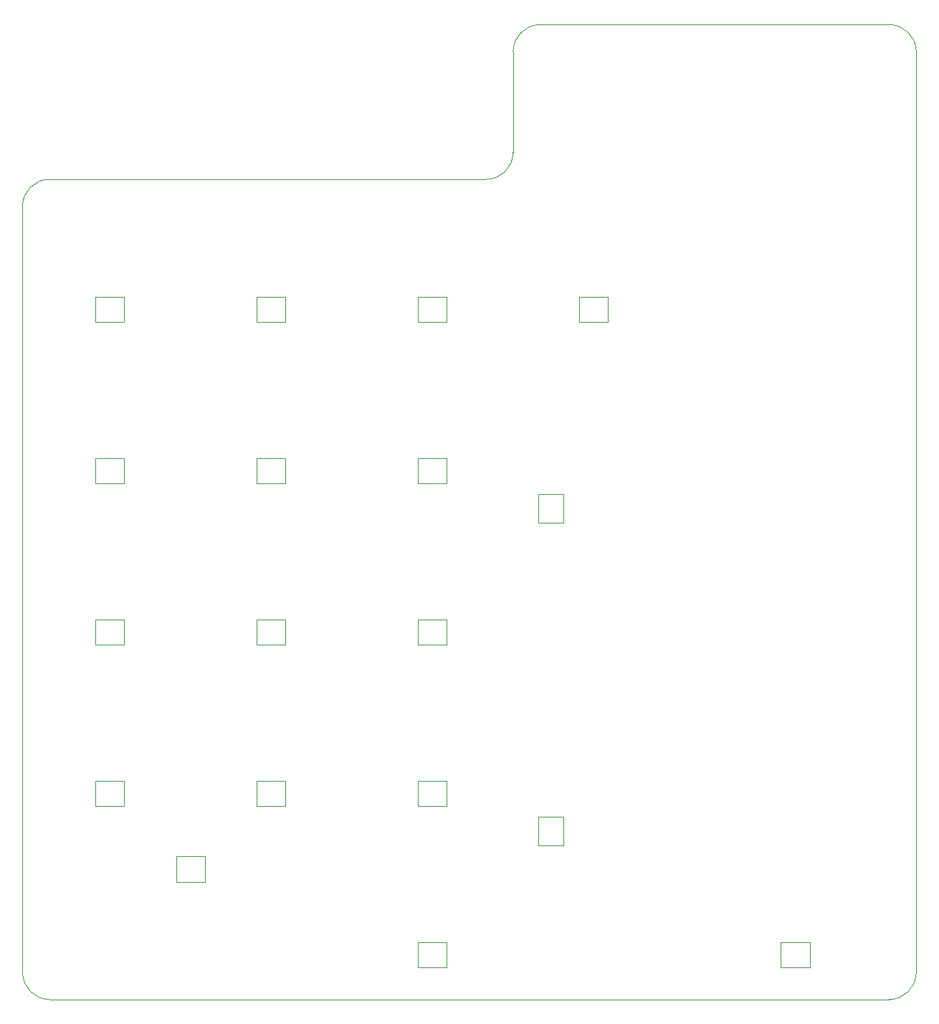
<source format=gbr>
%TF.GenerationSoftware,KiCad,Pcbnew,(5.1.10)-1*%
%TF.CreationDate,2021-11-21T17:13:45-05:00*%
%TF.ProjectId,numpad,6e756d70-6164-42e6-9b69-6361645f7063,rev?*%
%TF.SameCoordinates,Original*%
%TF.FileFunction,Profile,NP*%
%FSLAX46Y46*%
G04 Gerber Fmt 4.6, Leading zero omitted, Abs format (unit mm)*
G04 Created by KiCad (PCBNEW (5.1.10)-1) date 2021-11-21 17:13:45*
%MOMM*%
%LPD*%
G01*
G04 APERTURE LIST*
%TA.AperFunction,Profile*%
%ADD10C,0.050000*%
%TD*%
G04 APERTURE END LIST*
D10*
X184138400Y-172232900D02*
X184138400Y-63496000D01*
X81751100Y-175407700D02*
X180963600Y-175407700D01*
X78576300Y-81751100D02*
X78576300Y-172232900D01*
X133341600Y-78576300D02*
X81751100Y-78576300D01*
X136516400Y-63496000D02*
X136516400Y-75401500D01*
X139691200Y-60321200D02*
X180963600Y-60321200D01*
X180963600Y-60321200D02*
G75*
G02*
X184138400Y-63496000I0J-3174800D01*
G01*
X136516400Y-63496000D02*
G75*
G02*
X139691200Y-60321200I3174800J0D01*
G01*
X136516400Y-75401500D02*
G75*
G02*
X133341600Y-78576300I-3174800J0D01*
G01*
X184138400Y-172232900D02*
G75*
G02*
X180963600Y-175407700I-3174800J0D01*
G01*
X81751100Y-175407700D02*
G75*
G02*
X78576300Y-172232900I0J3174800D01*
G01*
X78576300Y-81751100D02*
G75*
G02*
X81751100Y-78576300I3174800J0D01*
G01*
%TO.C,MX17*%
X142490800Y-153865200D02*
X142490800Y-157265200D01*
X142490800Y-157265200D02*
X139490800Y-157265200D01*
X139490800Y-157265200D02*
X139490800Y-153865200D01*
X139490800Y-153865200D02*
X142490800Y-153865200D01*
%TO.C,MX11*%
X142490800Y-115767600D02*
X142490800Y-119167600D01*
X142490800Y-119167600D02*
X139490800Y-119167600D01*
X139490800Y-119167600D02*
X139490800Y-115767600D01*
X139490800Y-115767600D02*
X142490800Y-115767600D01*
%TO.C,MX15*%
X100118800Y-161539600D02*
X96718800Y-161539600D01*
X96718800Y-161539600D02*
X96718800Y-158539600D01*
X96718800Y-158539600D02*
X100118800Y-158539600D01*
X100118800Y-158539600D02*
X100118800Y-161539600D01*
%TO.C,MX18*%
X168151800Y-168639600D02*
X171551800Y-168639600D01*
X171551800Y-168639600D02*
X171551800Y-171639600D01*
X171551800Y-171639600D02*
X168151800Y-171639600D01*
X168151800Y-171639600D02*
X168151800Y-168639600D01*
%TO.C,MX16*%
X125292000Y-168639600D02*
X128692000Y-168639600D01*
X128692000Y-168639600D02*
X128692000Y-171639600D01*
X128692000Y-171639600D02*
X125292000Y-171639600D01*
X125292000Y-171639600D02*
X125292000Y-168639600D01*
%TO.C,MX10*%
X125292000Y-130542000D02*
X128692000Y-130542000D01*
X128692000Y-130542000D02*
X128692000Y-133542000D01*
X128692000Y-133542000D02*
X125292000Y-133542000D01*
X125292000Y-133542000D02*
X125292000Y-130542000D01*
%TO.C,MX9*%
X106243200Y-130542000D02*
X109643200Y-130542000D01*
X109643200Y-130542000D02*
X109643200Y-133542000D01*
X109643200Y-133542000D02*
X106243200Y-133542000D01*
X106243200Y-133542000D02*
X106243200Y-130542000D01*
%TO.C,MX8*%
X87194400Y-130542000D02*
X90594400Y-130542000D01*
X90594400Y-130542000D02*
X90594400Y-133542000D01*
X90594400Y-133542000D02*
X87194400Y-133542000D01*
X87194400Y-133542000D02*
X87194400Y-130542000D01*
%TO.C,MX7*%
X144340800Y-92444400D02*
X147740800Y-92444400D01*
X147740800Y-92444400D02*
X147740800Y-95444400D01*
X147740800Y-95444400D02*
X144340800Y-95444400D01*
X144340800Y-95444400D02*
X144340800Y-92444400D01*
%TO.C,MX3*%
X125292000Y-92444400D02*
X128692000Y-92444400D01*
X128692000Y-92444400D02*
X128692000Y-95444400D01*
X128692000Y-95444400D02*
X125292000Y-95444400D01*
X125292000Y-95444400D02*
X125292000Y-92444400D01*
%TO.C,MX2*%
X106243200Y-92444400D02*
X109643200Y-92444400D01*
X109643200Y-92444400D02*
X109643200Y-95444400D01*
X109643200Y-95444400D02*
X106243200Y-95444400D01*
X106243200Y-95444400D02*
X106243200Y-92444400D01*
%TO.C,MX1*%
X87194400Y-92444400D02*
X90594400Y-92444400D01*
X90594400Y-92444400D02*
X90594400Y-95444400D01*
X90594400Y-95444400D02*
X87194400Y-95444400D01*
X87194400Y-95444400D02*
X87194400Y-92444400D01*
%TO.C,MX4*%
X87194400Y-111493200D02*
X90594400Y-111493200D01*
X90594400Y-111493200D02*
X90594400Y-114493200D01*
X90594400Y-114493200D02*
X87194400Y-114493200D01*
X87194400Y-114493200D02*
X87194400Y-111493200D01*
%TO.C,MX14*%
X125292000Y-149590800D02*
X128692000Y-149590800D01*
X128692000Y-149590800D02*
X128692000Y-152590800D01*
X128692000Y-152590800D02*
X125292000Y-152590800D01*
X125292000Y-152590800D02*
X125292000Y-149590800D01*
%TO.C,MX13*%
X106243200Y-149590800D02*
X109643200Y-149590800D01*
X109643200Y-149590800D02*
X109643200Y-152590800D01*
X109643200Y-152590800D02*
X106243200Y-152590800D01*
X106243200Y-152590800D02*
X106243200Y-149590800D01*
%TO.C,MX12*%
X87194400Y-149590800D02*
X90594400Y-149590800D01*
X90594400Y-149590800D02*
X90594400Y-152590800D01*
X90594400Y-152590800D02*
X87194400Y-152590800D01*
X87194400Y-152590800D02*
X87194400Y-149590800D01*
%TO.C,MX6*%
X125292000Y-111493200D02*
X128692000Y-111493200D01*
X128692000Y-111493200D02*
X128692000Y-114493200D01*
X128692000Y-114493200D02*
X125292000Y-114493200D01*
X125292000Y-114493200D02*
X125292000Y-111493200D01*
%TO.C,MX5*%
X106243200Y-111493200D02*
X109643200Y-111493200D01*
X109643200Y-111493200D02*
X109643200Y-114493200D01*
X109643200Y-114493200D02*
X106243200Y-114493200D01*
X106243200Y-114493200D02*
X106243200Y-111493200D01*
%TD*%
M02*

</source>
